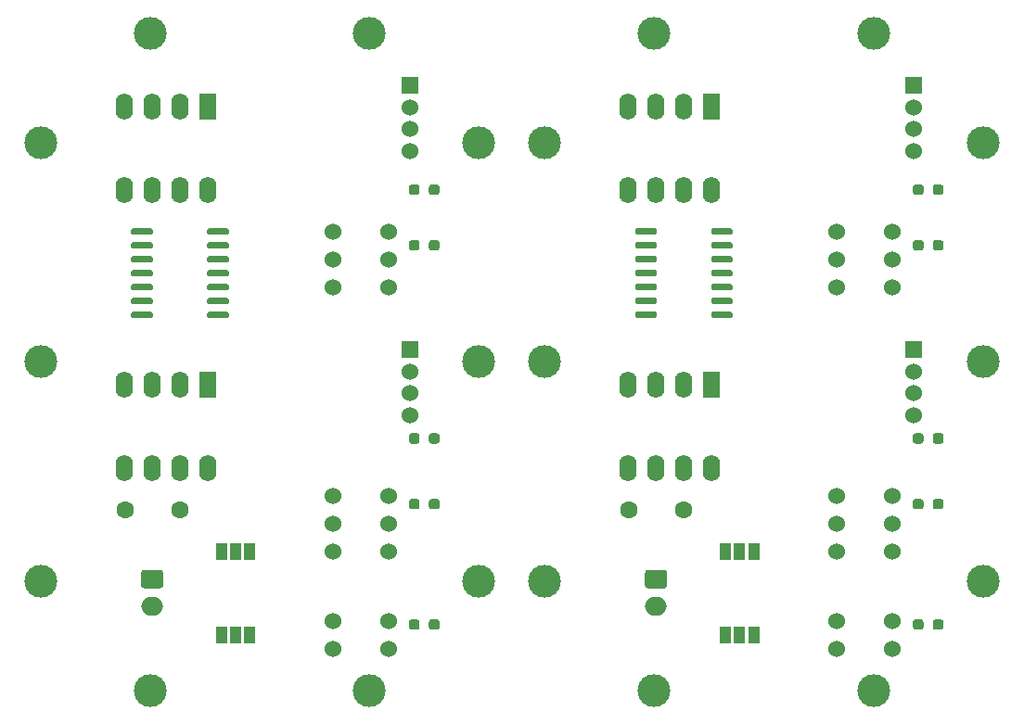
<source format=gbs>
G04 #@! TF.GenerationSoftware,KiCad,Pcbnew,(5.1.8)-1*
G04 #@! TF.CreationDate,2020-11-28T16:02:54+09:00*
G04 #@! TF.ProjectId,DigitalOutput4chS,44696769-7461-46c4-9f75-747075743463,2*
G04 #@! TF.SameCoordinates,Original*
G04 #@! TF.FileFunction,Soldermask,Bot*
G04 #@! TF.FilePolarity,Negative*
%FSLAX46Y46*%
G04 Gerber Fmt 4.6, Leading zero omitted, Abs format (unit mm)*
G04 Created by KiCad (PCBNEW (5.1.8)-1) date 2020-11-28 16:02:54*
%MOMM*%
%LPD*%
G01*
G04 APERTURE LIST*
%ADD10C,3.000000*%
%ADD11C,1.600000*%
%ADD12O,1.600000X2.400000*%
%ADD13R,1.600000X2.400000*%
%ADD14R,1.000000X1.500000*%
%ADD15O,2.000000X1.700000*%
%ADD16C,1.524000*%
%ADD17R,1.524000X1.524000*%
G04 APERTURE END LIST*
D10*
X148000000Y-128000000D03*
G36*
G01*
X143425000Y-141237500D02*
X143425000Y-140762500D01*
G75*
G02*
X143662500Y-140525000I237500J0D01*
G01*
X144162500Y-140525000D01*
G75*
G02*
X144400000Y-140762500I0J-237500D01*
G01*
X144400000Y-141237500D01*
G75*
G02*
X144162500Y-141475000I-237500J0D01*
G01*
X143662500Y-141475000D01*
G75*
G02*
X143425000Y-141237500I0J237500D01*
G01*
G37*
G36*
G01*
X141600000Y-141237500D02*
X141600000Y-140762500D01*
G75*
G02*
X141837500Y-140525000I237500J0D01*
G01*
X142337500Y-140525000D01*
G75*
G02*
X142575000Y-140762500I0J-237500D01*
G01*
X142575000Y-141237500D01*
G75*
G02*
X142337500Y-141475000I-237500J0D01*
G01*
X141837500Y-141475000D01*
G75*
G02*
X141600000Y-141237500I0J237500D01*
G01*
G37*
G36*
G01*
X143425000Y-117597500D02*
X143425000Y-117122500D01*
G75*
G02*
X143662500Y-116885000I237500J0D01*
G01*
X144162500Y-116885000D01*
G75*
G02*
X144400000Y-117122500I0J-237500D01*
G01*
X144400000Y-117597500D01*
G75*
G02*
X144162500Y-117835000I-237500J0D01*
G01*
X143662500Y-117835000D01*
G75*
G02*
X143425000Y-117597500I0J237500D01*
G01*
G37*
G36*
G01*
X141600000Y-117597500D02*
X141600000Y-117122500D01*
G75*
G02*
X141837500Y-116885000I237500J0D01*
G01*
X142337500Y-116885000D01*
G75*
G02*
X142575000Y-117122500I0J-237500D01*
G01*
X142575000Y-117597500D01*
G75*
G02*
X142337500Y-117835000I-237500J0D01*
G01*
X141837500Y-117835000D01*
G75*
G02*
X141600000Y-117597500I0J237500D01*
G01*
G37*
G36*
G01*
X123175000Y-123860000D02*
X123175000Y-123560000D01*
G75*
G02*
X123325000Y-123410000I150000J0D01*
G01*
X125000000Y-123410000D01*
G75*
G02*
X125150000Y-123560000I0J-150000D01*
G01*
X125150000Y-123860000D01*
G75*
G02*
X125000000Y-124010000I-150000J0D01*
G01*
X123325000Y-124010000D01*
G75*
G02*
X123175000Y-123860000I0J150000D01*
G01*
G37*
G36*
G01*
X123175000Y-122590000D02*
X123175000Y-122290000D01*
G75*
G02*
X123325000Y-122140000I150000J0D01*
G01*
X125000000Y-122140000D01*
G75*
G02*
X125150000Y-122290000I0J-150000D01*
G01*
X125150000Y-122590000D01*
G75*
G02*
X125000000Y-122740000I-150000J0D01*
G01*
X123325000Y-122740000D01*
G75*
G02*
X123175000Y-122590000I0J150000D01*
G01*
G37*
G36*
G01*
X123175000Y-121320000D02*
X123175000Y-121020000D01*
G75*
G02*
X123325000Y-120870000I150000J0D01*
G01*
X125000000Y-120870000D01*
G75*
G02*
X125150000Y-121020000I0J-150000D01*
G01*
X125150000Y-121320000D01*
G75*
G02*
X125000000Y-121470000I-150000J0D01*
G01*
X123325000Y-121470000D01*
G75*
G02*
X123175000Y-121320000I0J150000D01*
G01*
G37*
G36*
G01*
X123175000Y-120050000D02*
X123175000Y-119750000D01*
G75*
G02*
X123325000Y-119600000I150000J0D01*
G01*
X125000000Y-119600000D01*
G75*
G02*
X125150000Y-119750000I0J-150000D01*
G01*
X125150000Y-120050000D01*
G75*
G02*
X125000000Y-120200000I-150000J0D01*
G01*
X123325000Y-120200000D01*
G75*
G02*
X123175000Y-120050000I0J150000D01*
G01*
G37*
G36*
G01*
X123175000Y-118780000D02*
X123175000Y-118480000D01*
G75*
G02*
X123325000Y-118330000I150000J0D01*
G01*
X125000000Y-118330000D01*
G75*
G02*
X125150000Y-118480000I0J-150000D01*
G01*
X125150000Y-118780000D01*
G75*
G02*
X125000000Y-118930000I-150000J0D01*
G01*
X123325000Y-118930000D01*
G75*
G02*
X123175000Y-118780000I0J150000D01*
G01*
G37*
G36*
G01*
X123175000Y-117510000D02*
X123175000Y-117210000D01*
G75*
G02*
X123325000Y-117060000I150000J0D01*
G01*
X125000000Y-117060000D01*
G75*
G02*
X125150000Y-117210000I0J-150000D01*
G01*
X125150000Y-117510000D01*
G75*
G02*
X125000000Y-117660000I-150000J0D01*
G01*
X123325000Y-117660000D01*
G75*
G02*
X123175000Y-117510000I0J150000D01*
G01*
G37*
G36*
G01*
X123175000Y-116240000D02*
X123175000Y-115940000D01*
G75*
G02*
X123325000Y-115790000I150000J0D01*
G01*
X125000000Y-115790000D01*
G75*
G02*
X125150000Y-115940000I0J-150000D01*
G01*
X125150000Y-116240000D01*
G75*
G02*
X125000000Y-116390000I-150000J0D01*
G01*
X123325000Y-116390000D01*
G75*
G02*
X123175000Y-116240000I0J150000D01*
G01*
G37*
G36*
G01*
X116250000Y-116240000D02*
X116250000Y-115940000D01*
G75*
G02*
X116400000Y-115790000I150000J0D01*
G01*
X118075000Y-115790000D01*
G75*
G02*
X118225000Y-115940000I0J-150000D01*
G01*
X118225000Y-116240000D01*
G75*
G02*
X118075000Y-116390000I-150000J0D01*
G01*
X116400000Y-116390000D01*
G75*
G02*
X116250000Y-116240000I0J150000D01*
G01*
G37*
G36*
G01*
X116250000Y-117510000D02*
X116250000Y-117210000D01*
G75*
G02*
X116400000Y-117060000I150000J0D01*
G01*
X118075000Y-117060000D01*
G75*
G02*
X118225000Y-117210000I0J-150000D01*
G01*
X118225000Y-117510000D01*
G75*
G02*
X118075000Y-117660000I-150000J0D01*
G01*
X116400000Y-117660000D01*
G75*
G02*
X116250000Y-117510000I0J150000D01*
G01*
G37*
G36*
G01*
X116250000Y-118780000D02*
X116250000Y-118480000D01*
G75*
G02*
X116400000Y-118330000I150000J0D01*
G01*
X118075000Y-118330000D01*
G75*
G02*
X118225000Y-118480000I0J-150000D01*
G01*
X118225000Y-118780000D01*
G75*
G02*
X118075000Y-118930000I-150000J0D01*
G01*
X116400000Y-118930000D01*
G75*
G02*
X116250000Y-118780000I0J150000D01*
G01*
G37*
G36*
G01*
X116250000Y-120050000D02*
X116250000Y-119750000D01*
G75*
G02*
X116400000Y-119600000I150000J0D01*
G01*
X118075000Y-119600000D01*
G75*
G02*
X118225000Y-119750000I0J-150000D01*
G01*
X118225000Y-120050000D01*
G75*
G02*
X118075000Y-120200000I-150000J0D01*
G01*
X116400000Y-120200000D01*
G75*
G02*
X116250000Y-120050000I0J150000D01*
G01*
G37*
G36*
G01*
X116250000Y-121320000D02*
X116250000Y-121020000D01*
G75*
G02*
X116400000Y-120870000I150000J0D01*
G01*
X118075000Y-120870000D01*
G75*
G02*
X118225000Y-121020000I0J-150000D01*
G01*
X118225000Y-121320000D01*
G75*
G02*
X118075000Y-121470000I-150000J0D01*
G01*
X116400000Y-121470000D01*
G75*
G02*
X116250000Y-121320000I0J150000D01*
G01*
G37*
G36*
G01*
X116250000Y-122590000D02*
X116250000Y-122290000D01*
G75*
G02*
X116400000Y-122140000I150000J0D01*
G01*
X118075000Y-122140000D01*
G75*
G02*
X118225000Y-122290000I0J-150000D01*
G01*
X118225000Y-122590000D01*
G75*
G02*
X118075000Y-122740000I-150000J0D01*
G01*
X116400000Y-122740000D01*
G75*
G02*
X116250000Y-122590000I0J150000D01*
G01*
G37*
G36*
G01*
X116250000Y-123860000D02*
X116250000Y-123560000D01*
G75*
G02*
X116400000Y-123410000I150000J0D01*
G01*
X118075000Y-123410000D01*
G75*
G02*
X118225000Y-123560000I0J-150000D01*
G01*
X118225000Y-123860000D01*
G75*
G02*
X118075000Y-124010000I-150000J0D01*
G01*
X116400000Y-124010000D01*
G75*
G02*
X116250000Y-123860000I0J150000D01*
G01*
G37*
X138000000Y-158000000D03*
X148000000Y-148000000D03*
D11*
X115700000Y-141490000D03*
X120700000Y-141490000D03*
D12*
X123240000Y-137680000D03*
X115620000Y-130060000D03*
X120700000Y-137680000D03*
X118160000Y-130060000D03*
X118160000Y-137680000D03*
X120700000Y-130060000D03*
X115620000Y-137680000D03*
D13*
X123240000Y-130060000D03*
D14*
X124480000Y-145300000D03*
X125780000Y-145300000D03*
X127080000Y-145300000D03*
D15*
X118160000Y-150340000D03*
G36*
G01*
X117410000Y-146990000D02*
X118910000Y-146990000D01*
G75*
G02*
X119160000Y-147240000I0J-250000D01*
G01*
X119160000Y-148440000D01*
G75*
G02*
X118910000Y-148690000I-250000J0D01*
G01*
X117410000Y-148690000D01*
G75*
G02*
X117160000Y-148440000I0J250000D01*
G01*
X117160000Y-147240000D01*
G75*
G02*
X117410000Y-146990000I250000J0D01*
G01*
G37*
D16*
X141655000Y-132885000D03*
X141655000Y-130885000D03*
X141655000Y-128885000D03*
D17*
X141655000Y-126885000D03*
D14*
X124480000Y-152920000D03*
X125780000Y-152920000D03*
X127080000Y-152920000D03*
D10*
X108000000Y-108000000D03*
X108000000Y-128000000D03*
G36*
G01*
X143425000Y-152237500D02*
X143425000Y-151762500D01*
G75*
G02*
X143662500Y-151525000I237500J0D01*
G01*
X144162500Y-151525000D01*
G75*
G02*
X144400000Y-151762500I0J-237500D01*
G01*
X144400000Y-152237500D01*
G75*
G02*
X144162500Y-152475000I-237500J0D01*
G01*
X143662500Y-152475000D01*
G75*
G02*
X143425000Y-152237500I0J237500D01*
G01*
G37*
G36*
G01*
X141600000Y-152237500D02*
X141600000Y-151762500D01*
G75*
G02*
X141837500Y-151525000I237500J0D01*
G01*
X142337500Y-151525000D01*
G75*
G02*
X142575000Y-151762500I0J-237500D01*
G01*
X142575000Y-152237500D01*
G75*
G02*
X142337500Y-152475000I-237500J0D01*
G01*
X141837500Y-152475000D01*
G75*
G02*
X141600000Y-152237500I0J237500D01*
G01*
G37*
G36*
G01*
X143425000Y-135237500D02*
X143425000Y-134762500D01*
G75*
G02*
X143662500Y-134525000I237500J0D01*
G01*
X144162500Y-134525000D01*
G75*
G02*
X144400000Y-134762500I0J-237500D01*
G01*
X144400000Y-135237500D01*
G75*
G02*
X144162500Y-135475000I-237500J0D01*
G01*
X143662500Y-135475000D01*
G75*
G02*
X143425000Y-135237500I0J237500D01*
G01*
G37*
G36*
G01*
X141600000Y-135237500D02*
X141600000Y-134762500D01*
G75*
G02*
X141837500Y-134525000I237500J0D01*
G01*
X142337500Y-134525000D01*
G75*
G02*
X142575000Y-134762500I0J-237500D01*
G01*
X142575000Y-135237500D01*
G75*
G02*
X142337500Y-135475000I-237500J0D01*
G01*
X141837500Y-135475000D01*
G75*
G02*
X141600000Y-135237500I0J237500D01*
G01*
G37*
D12*
X123240000Y-112280000D03*
X115620000Y-104660000D03*
X120700000Y-112280000D03*
X118160000Y-104660000D03*
X118160000Y-112280000D03*
X120700000Y-104660000D03*
X115620000Y-112280000D03*
D13*
X123240000Y-104660000D03*
D16*
X134670000Y-116090000D03*
X139750000Y-116090000D03*
X139750000Y-121170000D03*
X134670000Y-121170000D03*
X139750000Y-118630000D03*
X134670000Y-118630000D03*
X134670000Y-140220000D03*
X139750000Y-140220000D03*
X139750000Y-145300000D03*
X134670000Y-145300000D03*
X139750000Y-142760000D03*
X134670000Y-142760000D03*
D10*
X138000000Y-98000000D03*
G36*
G01*
X143425000Y-112517500D02*
X143425000Y-112042500D01*
G75*
G02*
X143662500Y-111805000I237500J0D01*
G01*
X144162500Y-111805000D01*
G75*
G02*
X144400000Y-112042500I0J-237500D01*
G01*
X144400000Y-112517500D01*
G75*
G02*
X144162500Y-112755000I-237500J0D01*
G01*
X143662500Y-112755000D01*
G75*
G02*
X143425000Y-112517500I0J237500D01*
G01*
G37*
G36*
G01*
X141600000Y-112517500D02*
X141600000Y-112042500D01*
G75*
G02*
X141837500Y-111805000I237500J0D01*
G01*
X142337500Y-111805000D01*
G75*
G02*
X142575000Y-112042500I0J-237500D01*
G01*
X142575000Y-112517500D01*
G75*
G02*
X142337500Y-112755000I-237500J0D01*
G01*
X141837500Y-112755000D01*
G75*
G02*
X141600000Y-112517500I0J237500D01*
G01*
G37*
X148000000Y-108000000D03*
X108000000Y-148000000D03*
D16*
X139750000Y-154190000D03*
X134670000Y-154190000D03*
X139750000Y-151650000D03*
X134670000Y-151650000D03*
D10*
X118000000Y-98000000D03*
D16*
X141655000Y-108755000D03*
X141655000Y-106755000D03*
X141655000Y-104755000D03*
D17*
X141655000Y-102755000D03*
D10*
X118000000Y-158000000D03*
G36*
G01*
X95600000Y-117597500D02*
X95600000Y-117122500D01*
G75*
G02*
X95837500Y-116885000I237500J0D01*
G01*
X96337500Y-116885000D01*
G75*
G02*
X96575000Y-117122500I0J-237500D01*
G01*
X96575000Y-117597500D01*
G75*
G02*
X96337500Y-117835000I-237500J0D01*
G01*
X95837500Y-117835000D01*
G75*
G02*
X95600000Y-117597500I0J237500D01*
G01*
G37*
G36*
G01*
X97425000Y-117597500D02*
X97425000Y-117122500D01*
G75*
G02*
X97662500Y-116885000I237500J0D01*
G01*
X98162500Y-116885000D01*
G75*
G02*
X98400000Y-117122500I0J-237500D01*
G01*
X98400000Y-117597500D01*
G75*
G02*
X98162500Y-117835000I-237500J0D01*
G01*
X97662500Y-117835000D01*
G75*
G02*
X97425000Y-117597500I0J237500D01*
G01*
G37*
G36*
G01*
X70250000Y-123860000D02*
X70250000Y-123560000D01*
G75*
G02*
X70400000Y-123410000I150000J0D01*
G01*
X72075000Y-123410000D01*
G75*
G02*
X72225000Y-123560000I0J-150000D01*
G01*
X72225000Y-123860000D01*
G75*
G02*
X72075000Y-124010000I-150000J0D01*
G01*
X70400000Y-124010000D01*
G75*
G02*
X70250000Y-123860000I0J150000D01*
G01*
G37*
G36*
G01*
X70250000Y-122590000D02*
X70250000Y-122290000D01*
G75*
G02*
X70400000Y-122140000I150000J0D01*
G01*
X72075000Y-122140000D01*
G75*
G02*
X72225000Y-122290000I0J-150000D01*
G01*
X72225000Y-122590000D01*
G75*
G02*
X72075000Y-122740000I-150000J0D01*
G01*
X70400000Y-122740000D01*
G75*
G02*
X70250000Y-122590000I0J150000D01*
G01*
G37*
G36*
G01*
X70250000Y-121320000D02*
X70250000Y-121020000D01*
G75*
G02*
X70400000Y-120870000I150000J0D01*
G01*
X72075000Y-120870000D01*
G75*
G02*
X72225000Y-121020000I0J-150000D01*
G01*
X72225000Y-121320000D01*
G75*
G02*
X72075000Y-121470000I-150000J0D01*
G01*
X70400000Y-121470000D01*
G75*
G02*
X70250000Y-121320000I0J150000D01*
G01*
G37*
G36*
G01*
X70250000Y-120050000D02*
X70250000Y-119750000D01*
G75*
G02*
X70400000Y-119600000I150000J0D01*
G01*
X72075000Y-119600000D01*
G75*
G02*
X72225000Y-119750000I0J-150000D01*
G01*
X72225000Y-120050000D01*
G75*
G02*
X72075000Y-120200000I-150000J0D01*
G01*
X70400000Y-120200000D01*
G75*
G02*
X70250000Y-120050000I0J150000D01*
G01*
G37*
G36*
G01*
X70250000Y-118780000D02*
X70250000Y-118480000D01*
G75*
G02*
X70400000Y-118330000I150000J0D01*
G01*
X72075000Y-118330000D01*
G75*
G02*
X72225000Y-118480000I0J-150000D01*
G01*
X72225000Y-118780000D01*
G75*
G02*
X72075000Y-118930000I-150000J0D01*
G01*
X70400000Y-118930000D01*
G75*
G02*
X70250000Y-118780000I0J150000D01*
G01*
G37*
G36*
G01*
X70250000Y-117510000D02*
X70250000Y-117210000D01*
G75*
G02*
X70400000Y-117060000I150000J0D01*
G01*
X72075000Y-117060000D01*
G75*
G02*
X72225000Y-117210000I0J-150000D01*
G01*
X72225000Y-117510000D01*
G75*
G02*
X72075000Y-117660000I-150000J0D01*
G01*
X70400000Y-117660000D01*
G75*
G02*
X70250000Y-117510000I0J150000D01*
G01*
G37*
G36*
G01*
X70250000Y-116240000D02*
X70250000Y-115940000D01*
G75*
G02*
X70400000Y-115790000I150000J0D01*
G01*
X72075000Y-115790000D01*
G75*
G02*
X72225000Y-115940000I0J-150000D01*
G01*
X72225000Y-116240000D01*
G75*
G02*
X72075000Y-116390000I-150000J0D01*
G01*
X70400000Y-116390000D01*
G75*
G02*
X70250000Y-116240000I0J150000D01*
G01*
G37*
G36*
G01*
X77175000Y-116240000D02*
X77175000Y-115940000D01*
G75*
G02*
X77325000Y-115790000I150000J0D01*
G01*
X79000000Y-115790000D01*
G75*
G02*
X79150000Y-115940000I0J-150000D01*
G01*
X79150000Y-116240000D01*
G75*
G02*
X79000000Y-116390000I-150000J0D01*
G01*
X77325000Y-116390000D01*
G75*
G02*
X77175000Y-116240000I0J150000D01*
G01*
G37*
G36*
G01*
X77175000Y-117510000D02*
X77175000Y-117210000D01*
G75*
G02*
X77325000Y-117060000I150000J0D01*
G01*
X79000000Y-117060000D01*
G75*
G02*
X79150000Y-117210000I0J-150000D01*
G01*
X79150000Y-117510000D01*
G75*
G02*
X79000000Y-117660000I-150000J0D01*
G01*
X77325000Y-117660000D01*
G75*
G02*
X77175000Y-117510000I0J150000D01*
G01*
G37*
G36*
G01*
X77175000Y-118780000D02*
X77175000Y-118480000D01*
G75*
G02*
X77325000Y-118330000I150000J0D01*
G01*
X79000000Y-118330000D01*
G75*
G02*
X79150000Y-118480000I0J-150000D01*
G01*
X79150000Y-118780000D01*
G75*
G02*
X79000000Y-118930000I-150000J0D01*
G01*
X77325000Y-118930000D01*
G75*
G02*
X77175000Y-118780000I0J150000D01*
G01*
G37*
G36*
G01*
X77175000Y-120050000D02*
X77175000Y-119750000D01*
G75*
G02*
X77325000Y-119600000I150000J0D01*
G01*
X79000000Y-119600000D01*
G75*
G02*
X79150000Y-119750000I0J-150000D01*
G01*
X79150000Y-120050000D01*
G75*
G02*
X79000000Y-120200000I-150000J0D01*
G01*
X77325000Y-120200000D01*
G75*
G02*
X77175000Y-120050000I0J150000D01*
G01*
G37*
G36*
G01*
X77175000Y-121320000D02*
X77175000Y-121020000D01*
G75*
G02*
X77325000Y-120870000I150000J0D01*
G01*
X79000000Y-120870000D01*
G75*
G02*
X79150000Y-121020000I0J-150000D01*
G01*
X79150000Y-121320000D01*
G75*
G02*
X79000000Y-121470000I-150000J0D01*
G01*
X77325000Y-121470000D01*
G75*
G02*
X77175000Y-121320000I0J150000D01*
G01*
G37*
G36*
G01*
X77175000Y-122590000D02*
X77175000Y-122290000D01*
G75*
G02*
X77325000Y-122140000I150000J0D01*
G01*
X79000000Y-122140000D01*
G75*
G02*
X79150000Y-122290000I0J-150000D01*
G01*
X79150000Y-122590000D01*
G75*
G02*
X79000000Y-122740000I-150000J0D01*
G01*
X77325000Y-122740000D01*
G75*
G02*
X77175000Y-122590000I0J150000D01*
G01*
G37*
G36*
G01*
X77175000Y-123860000D02*
X77175000Y-123560000D01*
G75*
G02*
X77325000Y-123410000I150000J0D01*
G01*
X79000000Y-123410000D01*
G75*
G02*
X79150000Y-123560000I0J-150000D01*
G01*
X79150000Y-123860000D01*
G75*
G02*
X79000000Y-124010000I-150000J0D01*
G01*
X77325000Y-124010000D01*
G75*
G02*
X77175000Y-123860000I0J150000D01*
G01*
G37*
X102000000Y-128000000D03*
G36*
G01*
X95600000Y-141237500D02*
X95600000Y-140762500D01*
G75*
G02*
X95837500Y-140525000I237500J0D01*
G01*
X96337500Y-140525000D01*
G75*
G02*
X96575000Y-140762500I0J-237500D01*
G01*
X96575000Y-141237500D01*
G75*
G02*
X96337500Y-141475000I-237500J0D01*
G01*
X95837500Y-141475000D01*
G75*
G02*
X95600000Y-141237500I0J237500D01*
G01*
G37*
G36*
G01*
X97425000Y-141237500D02*
X97425000Y-140762500D01*
G75*
G02*
X97662500Y-140525000I237500J0D01*
G01*
X98162500Y-140525000D01*
G75*
G02*
X98400000Y-140762500I0J-237500D01*
G01*
X98400000Y-141237500D01*
G75*
G02*
X98162500Y-141475000I-237500J0D01*
G01*
X97662500Y-141475000D01*
G75*
G02*
X97425000Y-141237500I0J237500D01*
G01*
G37*
X92000000Y-158000000D03*
D16*
X88670000Y-118630000D03*
X93750000Y-118630000D03*
X88670000Y-121170000D03*
X93750000Y-121170000D03*
X93750000Y-116090000D03*
X88670000Y-116090000D03*
X88670000Y-142760000D03*
X93750000Y-142760000D03*
X88670000Y-145300000D03*
X93750000Y-145300000D03*
X93750000Y-140220000D03*
X88670000Y-140220000D03*
G36*
G01*
X95600000Y-152237500D02*
X95600000Y-151762500D01*
G75*
G02*
X95837500Y-151525000I237500J0D01*
G01*
X96337500Y-151525000D01*
G75*
G02*
X96575000Y-151762500I0J-237500D01*
G01*
X96575000Y-152237500D01*
G75*
G02*
X96337500Y-152475000I-237500J0D01*
G01*
X95837500Y-152475000D01*
G75*
G02*
X95600000Y-152237500I0J237500D01*
G01*
G37*
G36*
G01*
X97425000Y-152237500D02*
X97425000Y-151762500D01*
G75*
G02*
X97662500Y-151525000I237500J0D01*
G01*
X98162500Y-151525000D01*
G75*
G02*
X98400000Y-151762500I0J-237500D01*
G01*
X98400000Y-152237500D01*
G75*
G02*
X98162500Y-152475000I-237500J0D01*
G01*
X97662500Y-152475000D01*
G75*
G02*
X97425000Y-152237500I0J237500D01*
G01*
G37*
G36*
G01*
X95600000Y-135237500D02*
X95600000Y-134762500D01*
G75*
G02*
X95837500Y-134525000I237500J0D01*
G01*
X96337500Y-134525000D01*
G75*
G02*
X96575000Y-134762500I0J-237500D01*
G01*
X96575000Y-135237500D01*
G75*
G02*
X96337500Y-135475000I-237500J0D01*
G01*
X95837500Y-135475000D01*
G75*
G02*
X95600000Y-135237500I0J237500D01*
G01*
G37*
G36*
G01*
X97425000Y-135237500D02*
X97425000Y-134762500D01*
G75*
G02*
X97662500Y-134525000I237500J0D01*
G01*
X98162500Y-134525000D01*
G75*
G02*
X98400000Y-134762500I0J-237500D01*
G01*
X98400000Y-135237500D01*
G75*
G02*
X98162500Y-135475000I-237500J0D01*
G01*
X97662500Y-135475000D01*
G75*
G02*
X97425000Y-135237500I0J237500D01*
G01*
G37*
D13*
X77240000Y-104660000D03*
D12*
X69620000Y-112280000D03*
X74700000Y-104660000D03*
X72160000Y-112280000D03*
X72160000Y-104660000D03*
X74700000Y-112280000D03*
X69620000Y-104660000D03*
X77240000Y-112280000D03*
D10*
X62000000Y-108000000D03*
X92000000Y-98000000D03*
D13*
X77240000Y-130060000D03*
D12*
X69620000Y-137680000D03*
X74700000Y-130060000D03*
X72160000Y-137680000D03*
X72160000Y-130060000D03*
X74700000Y-137680000D03*
X69620000Y-130060000D03*
X77240000Y-137680000D03*
G36*
G01*
X95600000Y-112517500D02*
X95600000Y-112042500D01*
G75*
G02*
X95837500Y-111805000I237500J0D01*
G01*
X96337500Y-111805000D01*
G75*
G02*
X96575000Y-112042500I0J-237500D01*
G01*
X96575000Y-112517500D01*
G75*
G02*
X96337500Y-112755000I-237500J0D01*
G01*
X95837500Y-112755000D01*
G75*
G02*
X95600000Y-112517500I0J237500D01*
G01*
G37*
G36*
G01*
X97425000Y-112517500D02*
X97425000Y-112042500D01*
G75*
G02*
X97662500Y-111805000I237500J0D01*
G01*
X98162500Y-111805000D01*
G75*
G02*
X98400000Y-112042500I0J-237500D01*
G01*
X98400000Y-112517500D01*
G75*
G02*
X98162500Y-112755000I-237500J0D01*
G01*
X97662500Y-112755000D01*
G75*
G02*
X97425000Y-112517500I0J237500D01*
G01*
G37*
D16*
X88670000Y-151650000D03*
X93750000Y-151650000D03*
X88670000Y-154190000D03*
X93750000Y-154190000D03*
D14*
X81080000Y-145300000D03*
X79780000Y-145300000D03*
X78480000Y-145300000D03*
D17*
X95655000Y-126885000D03*
D16*
X95655000Y-128885000D03*
X95655000Y-130885000D03*
X95655000Y-132885000D03*
D14*
X81080000Y-152920000D03*
X79780000Y-152920000D03*
X78480000Y-152920000D03*
G36*
G01*
X71410000Y-146990000D02*
X72910000Y-146990000D01*
G75*
G02*
X73160000Y-147240000I0J-250000D01*
G01*
X73160000Y-148440000D01*
G75*
G02*
X72910000Y-148690000I-250000J0D01*
G01*
X71410000Y-148690000D01*
G75*
G02*
X71160000Y-148440000I0J250000D01*
G01*
X71160000Y-147240000D01*
G75*
G02*
X71410000Y-146990000I250000J0D01*
G01*
G37*
D15*
X72160000Y-150340000D03*
D17*
X95655000Y-102755000D03*
D16*
X95655000Y-104755000D03*
X95655000Y-106755000D03*
X95655000Y-108755000D03*
D10*
X102000000Y-108000000D03*
X102000000Y-148000000D03*
X72000000Y-98000000D03*
X62000000Y-148000000D03*
X62000000Y-128000000D03*
D11*
X74700000Y-141490000D03*
X69700000Y-141490000D03*
D10*
X72000000Y-158000000D03*
M02*

</source>
